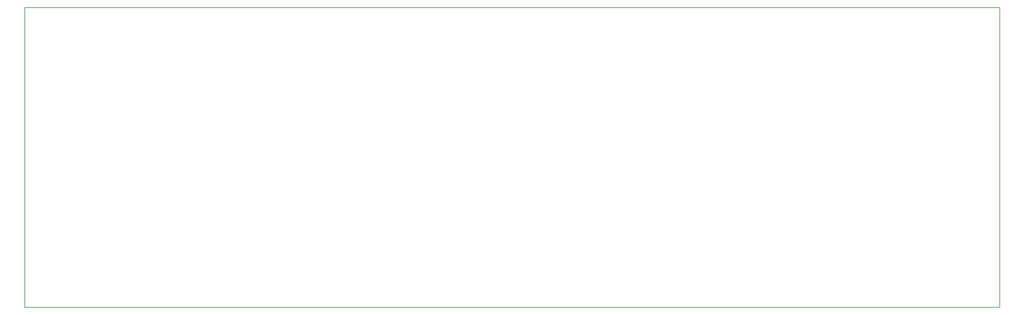
<source format=gbr>
G04 #@! TF.GenerationSoftware,KiCad,Pcbnew,(5.1.4)-1*
G04 #@! TF.CreationDate,2019-12-28T20:01:17+00:00*
G04 #@! TF.ProjectId,Plotter,506c6f74-7465-4722-9e6b-696361645f70,V1.0*
G04 #@! TF.SameCoordinates,Original*
G04 #@! TF.FileFunction,Profile,NP*
%FSLAX46Y46*%
G04 Gerber Fmt 4.6, Leading zero omitted, Abs format (unit mm)*
G04 Created by KiCad (PCBNEW (5.1.4)-1) date 2019-12-28 20:01:17*
%MOMM*%
%LPD*%
G04 APERTURE LIST*
%ADD10C,0.050000*%
G04 APERTURE END LIST*
D10*
X220980000Y-122936000D02*
X220980000Y-81534000D01*
X86360000Y-122936000D02*
X220980000Y-122936000D01*
X86360000Y-81534000D02*
X86360000Y-122936000D01*
X86360000Y-81534000D02*
X220980000Y-81534000D01*
M02*

</source>
